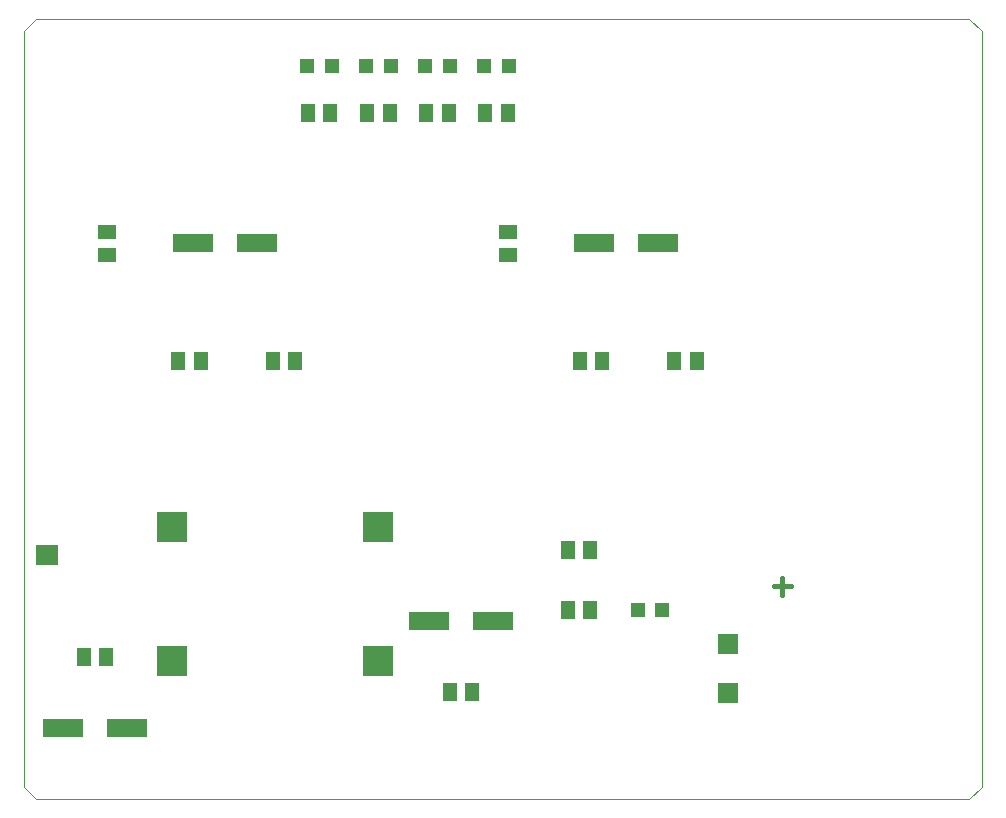
<source format=gtp>
G75*
%MOIN*%
%OFA0B0*%
%FSLAX25Y25*%
%IPPOS*%
%LPD*%
%AMOC8*
5,1,8,0,0,1.08239X$1,22.5*
%
%ADD10C,0.00000*%
%ADD11C,0.01500*%
%ADD12R,0.04724X0.04724*%
%ADD13R,0.05118X0.06299*%
%ADD14R,0.05906X0.05118*%
%ADD15R,0.13780X0.06299*%
%ADD16R,0.05118X0.05906*%
%ADD17R,0.10000X0.10000*%
%ADD18R,0.06693X0.07087*%
%ADD19R,0.07700X0.06800*%
D10*
X0001000Y0004937D02*
X0001000Y0256906D01*
X0004937Y0260843D01*
X0315961Y0260843D01*
X0320409Y0256906D01*
X0320409Y0004937D01*
X0315961Y0001000D01*
X0004937Y0001000D01*
X0001000Y0004937D01*
D11*
X0250963Y0071752D02*
X0256634Y0071752D01*
X0253798Y0074587D02*
X0253798Y0068916D01*
D12*
X0213795Y0063992D03*
X0205528Y0063992D03*
X0162614Y0245094D03*
X0154346Y0245094D03*
X0142929Y0245094D03*
X0134661Y0245094D03*
X0123244Y0245094D03*
X0114976Y0245094D03*
X0103559Y0245094D03*
X0095291Y0245094D03*
D13*
X0095685Y0229346D03*
X0103165Y0229346D03*
X0115370Y0229346D03*
X0122850Y0229346D03*
X0135055Y0229346D03*
X0142535Y0229346D03*
X0154740Y0229346D03*
X0162220Y0229346D03*
X0186236Y0146669D03*
X0193717Y0146669D03*
X0217732Y0146669D03*
X0225213Y0146669D03*
X0189780Y0083677D03*
X0182299Y0083677D03*
X0182299Y0063992D03*
X0189780Y0063992D03*
X0091354Y0146669D03*
X0083874Y0146669D03*
X0059858Y0146669D03*
X0052378Y0146669D03*
D14*
X0028559Y0182299D03*
X0028559Y0189780D03*
X0162417Y0189780D03*
X0162417Y0182299D03*
D15*
X0191157Y0186039D03*
X0212417Y0186039D03*
X0157299Y0060055D03*
X0136039Y0060055D03*
X0035252Y0024622D03*
X0013992Y0024622D03*
X0057299Y0186039D03*
X0078559Y0186039D03*
D16*
X0028362Y0048244D03*
X0020882Y0048244D03*
X0142929Y0036433D03*
X0150409Y0036433D03*
D17*
X0119110Y0046669D03*
X0119110Y0091551D03*
X0050213Y0091551D03*
X0050213Y0046669D03*
D18*
X0235646Y0052378D03*
X0235646Y0036236D03*
D19*
X0008724Y0082040D03*
M02*

</source>
